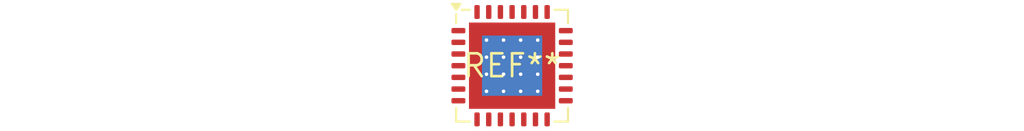
<source format=kicad_pcb>
(kicad_pcb (version 20240108) (generator pcbnew)
  (layers (0 "F.Cu" signal) (31 "B.Cu" signal) (34 "B.Paste" user) (35 "F.Paste" user) (36 "B.SilkS" user "B.Silkscreen") (37 "F.SilkS" user "F.Silkscreen") (38 "B.Mask" user) (39 "F.Mask" user) (44 "Edge.Cuts" user))
  (net 0 "")
  (footprint "QFN-28-1EP_6x6mm_P0.65mm_EP4.8x4.8mm_ThermalVias" (layer "F.Cu") (at 0 0)
    (property "Reference" "REF**")
    (property "Value" "QFN-28-1EP_6x6mm_P0.65mm_EP4.8x4.8mm_ThermalVias")
    (fp_line (start -3.11 -2.36) (end -3.11 -2.87) (layer "F.SilkS") (stroke (width 0.12)))
    (fp_line (start -3.11 3.11) (end -3.11 2.36) (layer "F.SilkS") (stroke (width 0.12)))
    (fp_line (start -2.36 -3.11) (end -2.81 -3.11) (layer "F.SilkS") (stroke (width 0.12)))
    (fp_line (start -2.36 3.11) (end -3.11 3.11) (layer "F.SilkS") (stroke (width 0.12)))
    (fp_line (start 2.36 -3.11) (end 3.11 -3.11) (layer "F.SilkS") (stroke (width 0.12)))
    (fp_line (start 2.36 3.11) (end 3.11 3.11) (layer "F.SilkS") (stroke (width 0.12)))
    (fp_line (start 3.11 -3.11) (end 3.11 -2.36) (layer "F.SilkS") (stroke (width 0.12)))
    (fp_line (start 3.11 3.11) (end 3.11 2.36) (layer "F.SilkS") (stroke (width 0.12)))
    (fp_poly (pts (xy -3.11 -3.11) (xy -3.35 -3.44) (xy -2.87 -3.44) (xy -3.11 -3.11)) (layer "F.SilkS") (stroke (width 0.12)) (fill solid))
    (pad "1" smd roundrect (at -2.9875 -1.95) (size 0.775 0.3) (layers "F.Cu" "F.Paste" "F.Mask"))
    (pad "2" smd roundrect (at -2.9875 -1.3) (size 0.775 0.3) (layers "F.Cu" "F.Paste" "F.Mask"))
    (pad "3" smd roundrect (at -2.9875 -0.65) (size 0.775 0.3) (layers "F.Cu" "F.Paste" "F.Mask"))
    (pad "4" smd roundrect (at -2.9875 0) (size 0.775 0.3) (layers "F.Cu" "F.Paste" "F.Mask"))
    (pad "5" smd roundrect (at -2.9875 0.65) (size 0.775 0.3) (layers "F.Cu" "F.Paste" "F.Mask"))
    (pad "6" smd roundrect (at -2.9875 1.3) (size 0.775 0.3) (layers "F.Cu" "F.Paste" "F.Mask"))
    (pad "7" smd roundrect (at -2.9875 1.95) (size 0.775 0.3) (layers "F.Cu" "F.Paste" "F.Mask"))
    (pad "8" smd roundrect (at -1.95 2.9875) (size 0.3 0.775) (layers "F.Cu" "F.Paste" "F.Mask"))
    (pad "9" smd roundrect (at -1.3 2.9875) (size 0.3 0.775) (layers "F.Cu" "F.Paste" "F.Mask"))
    (pad "10" smd roundrect (at -0.65 2.9875) (size 0.3 0.775) (layers "F.Cu" "F.Paste" "F.Mask"))
    (pad "11" smd roundrect (at 0 2.9875) (size 0.3 0.775) (layers "F.Cu" "F.Paste" "F.Mask"))
    (pad "12" smd roundrect (at 0.65 2.9875) (size 0.3 0.775) (layers "F.Cu" "F.Paste" "F.Mask"))
    (pad "13" smd roundrect (at 1.3 2.9875) (size 0.3 0.775) (layers "F.Cu" "F.Paste" "F.Mask"))
    (pad "14" smd roundrect (at 1.95 2.9875) (size 0.3 0.775) (layers "F.Cu" "F.Paste" "F.Mask"))
    (pad "15" smd roundrect (at 2.9875 1.95) (size 0.775 0.3) (layers "F.Cu" "F.Paste" "F.Mask"))
    (pad "16" smd roundrect (at 2.9875 1.3) (size 0.775 0.3) (layers "F.Cu" "F.Paste" "F.Mask"))
    (pad "17" smd roundrect (at 2.9875 0.65) (size 0.775 0.3) (layers "F.Cu" "F.Paste" "F.Mask"))
    (pad "18" smd roundrect (at 2.9875 0) (size 0.775 0.3) (layers "F.Cu" "F.Paste" "F.Mask"))
    (pad "19" smd roundrect (at 2.9875 -0.65) (size 0.775 0.3) (layers "F.Cu" "F.Paste" "F.Mask"))
    (pad "20" smd roundrect (at 2.9875 -1.3) (size 0.775 0.3) (layers "F.Cu" "F.Paste" "F.Mask"))
    (pad "21" smd roundrect (at 2.9875 -1.95) (size 0.775 0.3) (layers "F.Cu" "F.Paste" "F.Mask"))
    (pad "22" smd roundrect (at 1.95 -2.9875) (size 0.3 0.775) (layers "F.Cu" "F.Paste" "F.Mask"))
    (pad "23" smd roundrect (at 1.3 -2.9875) (size 0.3 0.775) (layers "F.Cu" "F.Paste" "F.Mask"))
    (pad "24" smd roundrect (at 0.65 -2.9875) (size 0.3 0.775) (layers "F.Cu" "F.Paste" "F.Mask"))
    (pad "25" smd roundrect (at 0 -2.9875) (size 0.3 0.775) (layers "F.Cu" "F.Paste" "F.Mask"))
    (pad "26" smd roundrect (at -0.65 -2.9875) (size 0.3 0.775) (layers "F.Cu" "F.Paste" "F.Mask"))
    (pad "27" smd roundrect (at -1.3 -2.9875) (size 0.3 0.775) (layers "F.Cu" "F.Paste" "F.Mask"))
    (pad "28" smd roundrect (at -1.95 -2.9875) (size 0.3 0.775) (layers "F.Cu" "F.Paste" "F.Mask"))
    (pad "29" thru_hole circle (at -1.425 -1.425) (size 0.5 0.5) (drill 0.2) (property pad_prop_heatsink) (layers *.Cu) (remove_unused_layers))
    (pad "29" thru_hole circle (at -1.425 -0.475) (size 0.5 0.5) (drill 0.2) (property pad_prop_heatsink) (layers *.Cu) (remove_unused_layers))
    (pad "29" thru_hole circle (at -1.425 0.475) (size 0.5 0.5) (drill 0.2) (property pad_prop_heatsink) (layers *.Cu) (remove_unused_layers))
    (pad "29" thru_hole circle (at -1.425 1.425) (size 0.5 0.5) (drill 0.2) (property pad_prop_heatsink) (layers *.Cu) (remove_unused_layers))
    (pad "29" thru_hole circle (at -0.475 -1.425) (size 0.5 0.5) (drill 0.2) (property pad_prop_heatsink) (layers *.Cu) (remove_unused_layers))
    (pad "29" thru_hole circle (at -0.475 -0.475) (size 0.5 0.5) (drill 0.2) (property pad_prop_heatsink) (layers *.Cu) (remove_unused_layers))
    (pad "29" thru_hole circle (at -0.475 0.475) (size 0.5 0.5) (drill 0.2) (property pad_prop_heatsink) (layers *.Cu) (remove_unused_layers))
    (pad "29" thru_hole circle (at -0.475 1.425) (size 0.5 0.5) (drill 0.2) (property pad_prop_heatsink) (layers *.Cu) (remove_unused_layers))
    (pad "29" smd rect (at 0 0) (size 3.35 3.35) (property pad_prop_heatsink) (layers "B.Cu"))
    (pad "29" smd rect (at 0 0) (size 4.8 4.8) (property pad_prop_heatsink) (layers "F.Cu" "F.Mask"))
    (pad "29" thru_hole circle (at 0.475 -1.425) (size 0.5 0.5) (drill 0.2) (property pad_prop_heatsink) (layers *.Cu) (remove_unused_layers))
    (pad "29" thru_hole circle (at 0.475 -0.475) (size 0.5 0.5) (drill 0.2) (property pad_prop_heatsink) (layers *.Cu) (remove_unused_layers))
    (pad "29" thru_hole circle (at 0.475 0.475) (size 0.5 0.5) (drill 0.2) (property pad_prop_heatsink) (layers *.Cu) (remove_unused_layers))
    (pad "29" thru_hole circle (at 0.475 1.425) (size 0.5 0.5) (drill 0.2) (property pad_prop_heatsink) (layers *.Cu) (remove_unused_layers))
    (pad "29" thru_hole circle (at 1.425 -1.425) (size 0.5 0.5) (drill 0.2) (property pad_prop_heatsink) (layers *.Cu) (remove_unused_layers))
    (pad "29" thru_hole circle (at 1.425 -0.475) (size 0.5 0.5) (drill 0.2) (property pad_prop_heatsink) (layers *.Cu) (remove_unused_layers))
    (pad "29" thru_hole circle (at 1.425 0.475) (size 0.5 0.5) (drill 0.2) (property pad_prop_heatsink) (layers *.Cu) (remove_unused_layers))
    (pad "29" thru_hole circle (at 1.425 1.425) (size 0.5 0.5) (drill 0.2) (property pad_prop_heatsink) (layers *.Cu) (remove_unused_layers))
  )
)
</source>
